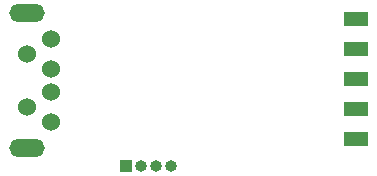
<source format=gbs>
G04 #@! TF.FileFunction,Soldermask,Bot*
%FSLAX46Y46*%
G04 Gerber Fmt 4.6, Leading zero omitted, Abs format (unit mm)*
G04 Created by KiCad (PCBNEW 4.0.2-stable) date 6/19/2017 9:33:45 AM*
%MOMM*%
G01*
G04 APERTURE LIST*
%ADD10C,0.150000*%
%ADD11R,1.000000X1.000000*%
%ADD12O,1.000000X1.000000*%
%ADD13R,2.000000X1.200000*%
%ADD14C,1.524000*%
%ADD15O,3.000000X1.500000*%
G04 APERTURE END LIST*
D10*
D11*
X191516000Y-142113000D03*
D12*
X192786000Y-142113000D03*
X194056000Y-142113000D03*
X195326000Y-142113000D03*
D13*
X210947000Y-129675000D03*
X210947000Y-132215000D03*
X210947000Y-134755000D03*
X210947000Y-137295000D03*
X210947000Y-139835000D03*
D14*
X185166000Y-133874000D03*
X185166000Y-135874000D03*
X185166000Y-131374000D03*
X185166000Y-138374000D03*
X183066000Y-132624000D03*
X183066000Y-137124000D03*
D15*
X183066000Y-129174000D03*
X183066000Y-140574000D03*
M02*

</source>
